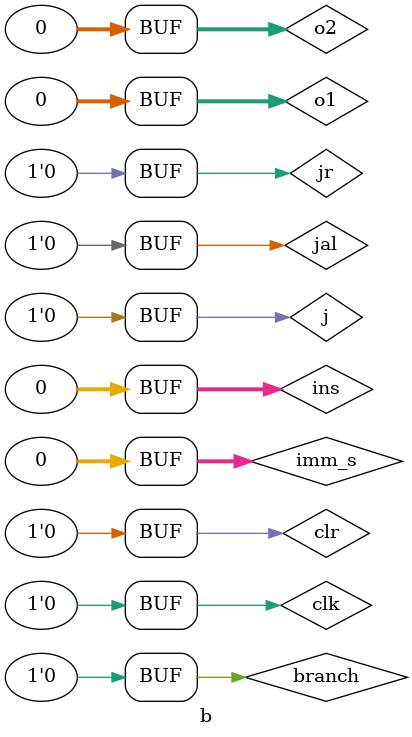
<source format=v>
`timescale 1ns / 1ps


module b;

	// Inputs
	reg clk;
	reg clr;
	reg [31:0] o1;
	reg [31:0] o2;
	reg [31:0] imm_s;
	reg j;
	reg jal;
	reg jr;
	reg branch;
	reg [31:0] ins;

	// Outputs
	wire [31:0] pc_now;

	// Instantiate the Unit Under Test (UUT)
	PC_change uut (
		.clk(clk), 
		.clr(clr), 
		.o1(o1), 
		.o2(o2), 
		.imm_s(imm_s), 
		.j(j), 
		.jal(jal), 
		.jr(jr), 
		.branch(branch), 
		.ins(ins), 
		.pc_now(pc_now)
	);

	initial begin
		// Initialize Inputs
		clk = 0;
		clr = 0;
		o1 = 0;
		o2 = 0;
		imm_s = 0;
		j = 0;
		jal = 0;
		jr = 0;
		branch = 0;
		ins = 0;

		// Wait 100 ns for global reset to finish
		#100;
      #5;
		clk=1;
		#5;
		clk=0;
		#5;
		clk=1;
		#5;
		clk=0;
		#5;
		clk=1;
		clr=1;
		#5;
		clk=0;
		clr=0;
		// Add stimulus here

	end
      
endmodule


</source>
